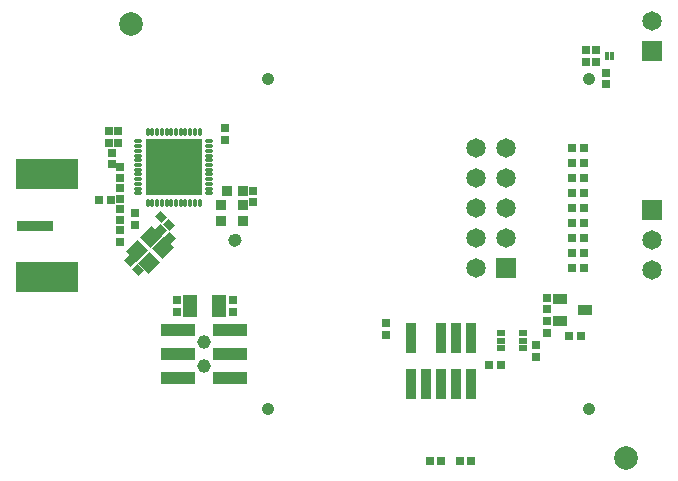
<source format=gts>
%FSLAX24Y24*%
%MOIN*%
G70*
G01*
G75*
G04 Layer_Color=8388736*
%ADD10C,0.0060*%
%ADD11O,0.0256X0.0079*%
%ADD12O,0.0079X0.0256*%
%ADD13R,0.1850X0.1850*%
%ADD14R,0.0295X0.0315*%
%ADD15R,0.0197X0.0256*%
%ADD16C,0.0394*%
%ADD17R,0.1181X0.0300*%
%ADD18R,0.2000X0.0950*%
%ADD19R,0.0299X0.0945*%
%ADD20R,0.0400X0.0300*%
%ADD21C,0.0098*%
G04:AMPARAMS|DCode=22|XSize=47.2mil|YSize=43.3mil|CornerRadius=0mil|HoleSize=0mil|Usage=FLASHONLY|Rotation=45.000|XOffset=0mil|YOffset=0mil|HoleType=Round|Shape=Rectangle|*
%AMROTATEDRECTD22*
4,1,4,-0.0014,-0.0320,-0.0320,-0.0014,0.0014,0.0320,0.0320,0.0014,-0.0014,-0.0320,0.0*
%
%ADD22ROTATEDRECTD22*%

%ADD23R,0.1083X0.0350*%
%ADD24R,0.0197X0.0236*%
%ADD25R,0.0315X0.0295*%
%ADD26R,0.0236X0.0157*%
%ADD27R,0.0236X0.0217*%
%ADD28C,0.0079*%
G04:AMPARAMS|DCode=29|XSize=19.7mil|YSize=23.6mil|CornerRadius=0mil|HoleSize=0mil|Usage=FLASHONLY|Rotation=45.000|XOffset=0mil|YOffset=0mil|HoleType=Round|Shape=Rectangle|*
%AMROTATEDRECTD29*
4,1,4,0.0014,-0.0153,-0.0153,0.0014,-0.0014,0.0153,0.0153,-0.0014,0.0014,-0.0153,0.0*
%
%ADD29ROTATEDRECTD29*%

%ADD30R,0.0217X0.0236*%
%ADD31R,0.0394X0.0709*%
%ADD32R,0.0236X0.0197*%
%ADD33C,0.0090*%
%ADD34C,0.0080*%
%ADD35C,0.0300*%
%ADD36C,0.0150*%
%ADD37C,0.0100*%
%ADD38C,0.0591*%
%ADD39R,0.0591X0.0591*%
%ADD40C,0.0354*%
%ADD41C,0.0236*%
%ADD42R,0.0354X0.1043*%
%ADD43R,0.0394X0.0394*%
%ADD44R,0.0394X0.0394*%
%ADD45C,0.0098*%
%ADD46C,0.0039*%
%ADD47C,0.0079*%
%ADD48C,0.0118*%
%ADD49C,0.0059*%
%ADD50C,0.0050*%
%ADD51R,0.0420X0.1300*%
%ADD52C,0.0240*%
%ADD53O,0.0316X0.0139*%
%ADD54O,0.0139X0.0316*%
%ADD55R,0.1910X0.1910*%
%ADD56R,0.0355X0.0375*%
%ADD57R,0.0257X0.0316*%
%ADD58C,0.0787*%
%ADD59R,0.1241X0.0360*%
%ADD60R,0.2060X0.1010*%
%ADD61R,0.0359X0.1005*%
%ADD62R,0.0460X0.0360*%
%ADD63C,0.0158*%
G04:AMPARAMS|DCode=64|XSize=53.2mil|YSize=49.3mil|CornerRadius=0mil|HoleSize=0mil|Usage=FLASHONLY|Rotation=45.000|XOffset=0mil|YOffset=0mil|HoleType=Round|Shape=Rectangle|*
%AMROTATEDRECTD64*
4,1,4,-0.0014,-0.0363,-0.0363,-0.0014,0.0014,0.0363,0.0363,0.0014,-0.0014,-0.0363,0.0*
%
%ADD64ROTATEDRECTD64*%

%ADD65R,0.1143X0.0410*%
%ADD66R,0.0257X0.0296*%
%ADD67R,0.0375X0.0355*%
%ADD68R,0.0296X0.0217*%
%ADD69R,0.0296X0.0277*%
%ADD70C,0.0139*%
G04:AMPARAMS|DCode=71|XSize=25.7mil|YSize=29.6mil|CornerRadius=0mil|HoleSize=0mil|Usage=FLASHONLY|Rotation=45.000|XOffset=0mil|YOffset=0mil|HoleType=Round|Shape=Rectangle|*
%AMROTATEDRECTD71*
4,1,4,0.0014,-0.0196,-0.0196,0.0014,-0.0014,0.0196,0.0196,-0.0014,0.0014,-0.0196,0.0*
%
%ADD71ROTATEDRECTD71*%

%ADD72R,0.0277X0.0296*%
%ADD73R,0.0454X0.0769*%
%ADD74R,0.0296X0.0257*%
%ADD75C,0.0651*%
%ADD76R,0.0651X0.0651*%
%ADD77C,0.0414*%
%ADD78C,0.0454*%
D52*
X7572Y7950D02*
G03*
X7572Y7950I-110J0D01*
G01*
D53*
X6611Y9514D02*
D03*
Y9671D02*
D03*
Y9829D02*
D03*
Y9986D02*
D03*
Y10144D02*
D03*
Y10301D02*
D03*
Y10459D02*
D03*
Y10616D02*
D03*
Y10774D02*
D03*
Y10931D02*
D03*
Y11089D02*
D03*
Y11246D02*
D03*
X4229D02*
D03*
Y11089D02*
D03*
Y10931D02*
D03*
Y10774D02*
D03*
Y10616D02*
D03*
Y10459D02*
D03*
Y10301D02*
D03*
Y10144D02*
D03*
Y9986D02*
D03*
Y9829D02*
D03*
Y9671D02*
D03*
Y9514D02*
D03*
D54*
X6286Y11571D02*
D03*
X6129D02*
D03*
X5971D02*
D03*
X5814D02*
D03*
X5656D02*
D03*
X5499D02*
D03*
X5341D02*
D03*
X5184D02*
D03*
X5026D02*
D03*
X4869D02*
D03*
X4711D02*
D03*
X4554D02*
D03*
Y9189D02*
D03*
X4711D02*
D03*
X4869D02*
D03*
X5026D02*
D03*
X5184D02*
D03*
X5341D02*
D03*
X5499D02*
D03*
X5656D02*
D03*
X5814D02*
D03*
X5971D02*
D03*
X6129D02*
D03*
X6286D02*
D03*
D55*
X5420Y10380D02*
D03*
D56*
X7726Y9580D02*
D03*
X7194D02*
D03*
D57*
X8060Y9233D02*
D03*
Y9607D02*
D03*
X3630Y8613D02*
D03*
Y8987D02*
D03*
X3350Y10483D02*
D03*
Y10857D02*
D03*
X3630Y10033D02*
D03*
Y10407D02*
D03*
D58*
X4000Y15160D02*
D03*
X20500Y700D02*
D03*
D59*
X790Y8440D02*
D03*
D60*
X1203Y6715D02*
D03*
Y10165D02*
D03*
D61*
X13340Y4678D02*
D03*
X14340D02*
D03*
X14840D02*
D03*
X15340D02*
D03*
X13340Y3142D02*
D03*
X13840D02*
D03*
X14340D02*
D03*
X14840D02*
D03*
X15340D02*
D03*
D62*
X19127Y5626D02*
D03*
X18300Y5252D02*
D03*
Y6000D02*
D03*
D63*
X19871Y14011D02*
D03*
Y14169D02*
D03*
X20029Y14011D02*
D03*
Y14169D02*
D03*
D64*
X4197Y7594D02*
D03*
X4587Y7205D02*
D03*
X4670Y8068D02*
D03*
X5060Y7678D02*
D03*
D65*
X5558Y4947D02*
D03*
Y4160D02*
D03*
Y3373D02*
D03*
X7310Y4947D02*
D03*
Y4160D02*
D03*
Y3373D02*
D03*
D66*
X17850Y4863D02*
D03*
Y5257D02*
D03*
X19820Y13143D02*
D03*
Y13537D02*
D03*
X7384Y5553D02*
D03*
Y5947D02*
D03*
X5524Y5553D02*
D03*
Y5947D02*
D03*
X7140Y11697D02*
D03*
Y11303D02*
D03*
X3580Y11577D02*
D03*
Y11183D02*
D03*
X4130Y8463D02*
D03*
Y8857D02*
D03*
X3630Y7893D02*
D03*
Y8287D02*
D03*
Y9313D02*
D03*
Y9707D02*
D03*
X3250Y11577D02*
D03*
Y11183D02*
D03*
D67*
X7720Y8597D02*
D03*
Y9128D02*
D03*
X7010Y9136D02*
D03*
Y8604D02*
D03*
D68*
X16326Y4344D02*
D03*
Y4600D02*
D03*
Y4856D02*
D03*
X17074D02*
D03*
Y4600D02*
D03*
Y4344D02*
D03*
D69*
X16327Y3800D02*
D03*
X15933D02*
D03*
X19097Y11030D02*
D03*
X18703D02*
D03*
X19097Y10530D02*
D03*
X18703D02*
D03*
X19097Y10030D02*
D03*
X18703D02*
D03*
X19097Y9530D02*
D03*
X18703D02*
D03*
X19097Y9030D02*
D03*
X18703D02*
D03*
X19097Y8530D02*
D03*
X18703D02*
D03*
X19097Y8030D02*
D03*
X18703D02*
D03*
X18707Y7530D02*
D03*
X19101D02*
D03*
X18707Y7030D02*
D03*
X19101D02*
D03*
X18603Y4750D02*
D03*
X18997D02*
D03*
X15347Y600D02*
D03*
X14953D02*
D03*
X14347D02*
D03*
X13953D02*
D03*
D70*
X7340Y7950D02*
D03*
X7586D02*
D03*
D71*
X5269Y8441D02*
D03*
X4991Y8719D02*
D03*
X5289Y8021D02*
D03*
X5011Y8299D02*
D03*
X3961Y7249D02*
D03*
X4239Y6971D02*
D03*
D72*
X17500Y4053D02*
D03*
Y4447D02*
D03*
X19150Y13893D02*
D03*
Y14287D02*
D03*
X19510Y13893D02*
D03*
Y14287D02*
D03*
X17850Y5643D02*
D03*
Y6037D02*
D03*
X12500Y4803D02*
D03*
Y5197D02*
D03*
D73*
X6946Y5750D02*
D03*
X5962D02*
D03*
D74*
X3317Y9290D02*
D03*
X2923D02*
D03*
D75*
X15500Y10030D02*
D03*
X16500D02*
D03*
X15500Y7030D02*
D03*
X16500Y8030D02*
D03*
X15500D02*
D03*
X16500Y9030D02*
D03*
X15500D02*
D03*
X16500Y11030D02*
D03*
X15500D02*
D03*
X21360Y15260D02*
D03*
X21360Y6961D02*
D03*
Y7961D02*
D03*
D76*
X16500Y7030D02*
D03*
X21360Y14260D02*
D03*
X21360Y8961D02*
D03*
D77*
X8550Y2330D02*
D03*
X19250D02*
D03*
X8550Y13330D02*
D03*
X19250D02*
D03*
D78*
X6434Y3766D02*
D03*
Y4554D02*
D03*
M02*

</source>
